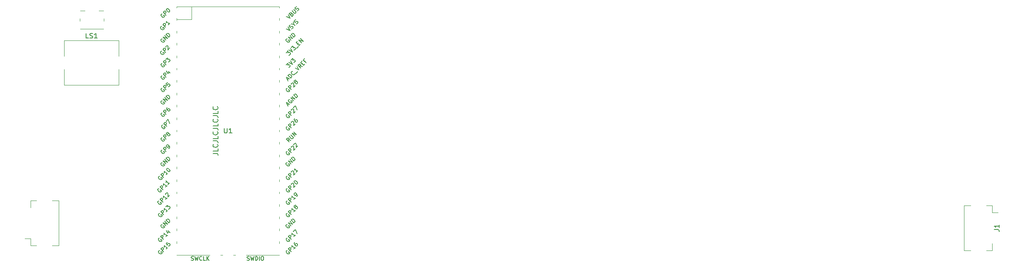
<source format=gbr>
%TF.GenerationSoftware,KiCad,Pcbnew,(5.1.10)-1*%
%TF.CreationDate,2021-09-02T14:39:37-06:00*%
%TF.ProjectId,MCUBottom,4d435542-6f74-4746-9f6d-2e6b69636164,rev?*%
%TF.SameCoordinates,Original*%
%TF.FileFunction,Legend,Top*%
%TF.FilePolarity,Positive*%
%FSLAX46Y46*%
G04 Gerber Fmt 4.6, Leading zero omitted, Abs format (unit mm)*
G04 Created by KiCad (PCBNEW (5.1.10)-1) date 2021-09-02 14:39:37*
%MOMM*%
%LPD*%
G01*
G04 APERTURE LIST*
%ADD10C,0.150000*%
%ADD11C,0.120000*%
G04 APERTURE END LIST*
D10*
X103592380Y-75739047D02*
X104306666Y-75739047D01*
X104449523Y-75786666D01*
X104544761Y-75881904D01*
X104592380Y-76024761D01*
X104592380Y-76120000D01*
X104592380Y-74786666D02*
X104592380Y-75262857D01*
X103592380Y-75262857D01*
X104497142Y-73881904D02*
X104544761Y-73929523D01*
X104592380Y-74072380D01*
X104592380Y-74167619D01*
X104544761Y-74310476D01*
X104449523Y-74405714D01*
X104354285Y-74453333D01*
X104163809Y-74500952D01*
X104020952Y-74500952D01*
X103830476Y-74453333D01*
X103735238Y-74405714D01*
X103640000Y-74310476D01*
X103592380Y-74167619D01*
X103592380Y-74072380D01*
X103640000Y-73929523D01*
X103687619Y-73881904D01*
X103592380Y-73167619D02*
X104306666Y-73167619D01*
X104449523Y-73215238D01*
X104544761Y-73310476D01*
X104592380Y-73453333D01*
X104592380Y-73548571D01*
X104592380Y-72215238D02*
X104592380Y-72691428D01*
X103592380Y-72691428D01*
X104497142Y-71310476D02*
X104544761Y-71358095D01*
X104592380Y-71500952D01*
X104592380Y-71596190D01*
X104544761Y-71739047D01*
X104449523Y-71834285D01*
X104354285Y-71881904D01*
X104163809Y-71929523D01*
X104020952Y-71929523D01*
X103830476Y-71881904D01*
X103735238Y-71834285D01*
X103640000Y-71739047D01*
X103592380Y-71596190D01*
X103592380Y-71500952D01*
X103640000Y-71358095D01*
X103687619Y-71310476D01*
X103592380Y-70596190D02*
X104306666Y-70596190D01*
X104449523Y-70643809D01*
X104544761Y-70739047D01*
X104592380Y-70881904D01*
X104592380Y-70977142D01*
X104592380Y-69643809D02*
X104592380Y-70120000D01*
X103592380Y-70120000D01*
X104497142Y-68739047D02*
X104544761Y-68786666D01*
X104592380Y-68929523D01*
X104592380Y-69024761D01*
X104544761Y-69167619D01*
X104449523Y-69262857D01*
X104354285Y-69310476D01*
X104163809Y-69358095D01*
X104020952Y-69358095D01*
X103830476Y-69310476D01*
X103735238Y-69262857D01*
X103640000Y-69167619D01*
X103592380Y-69024761D01*
X103592380Y-68929523D01*
X103640000Y-68786666D01*
X103687619Y-68739047D01*
X103592380Y-68024761D02*
X104306666Y-68024761D01*
X104449523Y-68072380D01*
X104544761Y-68167619D01*
X104592380Y-68310476D01*
X104592380Y-68405714D01*
X104592380Y-67072380D02*
X104592380Y-67548571D01*
X103592380Y-67548571D01*
X104497142Y-66167619D02*
X104544761Y-66215238D01*
X104592380Y-66358095D01*
X104592380Y-66453333D01*
X104544761Y-66596190D01*
X104449523Y-66691428D01*
X104354285Y-66739047D01*
X104163809Y-66786666D01*
X104020952Y-66786666D01*
X103830476Y-66739047D01*
X103735238Y-66691428D01*
X103640000Y-66596190D01*
X103592380Y-66453333D01*
X103592380Y-66358095D01*
X103640000Y-66215238D01*
X103687619Y-66167619D01*
D11*
%TO.C,LS1*%
X84340000Y-52550000D02*
X84340000Y-55800000D01*
X84340000Y-61750000D02*
X73140000Y-61750000D01*
X73140000Y-52550000D02*
X84340000Y-52550000D01*
X73140000Y-55800000D02*
X73140000Y-52550000D01*
X73140000Y-61750000D02*
X73140000Y-58500000D01*
X84340000Y-58500000D02*
X84340000Y-61750000D01*
%TO.C,SW1*%
X77400000Y-46511600D02*
X76475000Y-46511600D01*
X81275000Y-48636600D02*
X81275000Y-48086600D01*
X76375000Y-48636600D02*
X76375000Y-48086600D01*
X81175000Y-50211600D02*
X76475000Y-50211600D01*
X81175000Y-46511600D02*
X80250000Y-46511600D01*
%TO.C,U1*%
X96180000Y-45620000D02*
X117180000Y-45620000D01*
X102980000Y-96620000D02*
X96180000Y-96620000D01*
X96180000Y-48287000D02*
X99187000Y-48287000D01*
X99187000Y-48287000D02*
X99187000Y-45620000D01*
X96180000Y-45620000D02*
X96180000Y-45920000D01*
X96180000Y-48020000D02*
X96180000Y-48420000D01*
X96180000Y-50620000D02*
X96180000Y-51020000D01*
X96180000Y-53120000D02*
X96180000Y-53520000D01*
X96180000Y-55720000D02*
X96180000Y-56120000D01*
X96180000Y-58220000D02*
X96180000Y-58620000D01*
X96180000Y-60720000D02*
X96180000Y-61120000D01*
X96180000Y-63320000D02*
X96180000Y-63720000D01*
X96180000Y-65820000D02*
X96180000Y-66220000D01*
X96180000Y-68420000D02*
X96180000Y-68820000D01*
X96180000Y-70920000D02*
X96180000Y-71320000D01*
X96180000Y-73420000D02*
X96180000Y-73820000D01*
X96180000Y-76020000D02*
X96180000Y-76420000D01*
X96180000Y-78520000D02*
X96180000Y-78920000D01*
X96180000Y-81120000D02*
X96180000Y-81520000D01*
X96180000Y-83620000D02*
X96180000Y-84020000D01*
X96180000Y-86220000D02*
X96180000Y-86620000D01*
X96180000Y-88720000D02*
X96180000Y-89120000D01*
X96180000Y-91220000D02*
X96180000Y-91620000D01*
X96180000Y-93820000D02*
X96180000Y-94220000D01*
X117180000Y-60720000D02*
X117180000Y-61120000D01*
X117180000Y-65820000D02*
X117180000Y-66220000D01*
X117180000Y-73420000D02*
X117180000Y-73820000D01*
X117180000Y-81120000D02*
X117180000Y-81520000D01*
X117180000Y-50620000D02*
X117180000Y-51020000D01*
X117180000Y-48020000D02*
X117180000Y-48420000D01*
X117180000Y-55720000D02*
X117180000Y-56120000D01*
X117180000Y-88720000D02*
X117180000Y-89120000D01*
X117180000Y-93820000D02*
X117180000Y-94220000D01*
X117180000Y-91220000D02*
X117180000Y-91620000D01*
X117180000Y-76020000D02*
X117180000Y-76420000D01*
X117180000Y-70920000D02*
X117180000Y-71320000D01*
X117180000Y-58220000D02*
X117180000Y-58620000D01*
X117180000Y-63320000D02*
X117180000Y-63720000D01*
X117180000Y-83620000D02*
X117180000Y-84020000D01*
X117180000Y-68420000D02*
X117180000Y-68820000D01*
X117180000Y-45620000D02*
X117180000Y-45920000D01*
X117180000Y-53120000D02*
X117180000Y-53520000D01*
X117180000Y-78520000D02*
X117180000Y-78920000D01*
X117180000Y-86220000D02*
X117180000Y-86620000D01*
X117180000Y-96620000D02*
X110380000Y-96620000D01*
X105180000Y-96620000D02*
X105580000Y-96620000D01*
X107780000Y-96620000D02*
X108180000Y-96620000D01*
%TO.C,J2*%
X66264000Y-93203000D02*
X66264000Y-94693000D01*
X66264000Y-94693000D02*
X67464000Y-94693000D01*
X66264000Y-86883000D02*
X66264000Y-85393000D01*
X66264000Y-85393000D02*
X67464000Y-85393000D01*
X70664000Y-94693000D02*
X72064000Y-94693000D01*
X72064000Y-94693000D02*
X72064000Y-85393000D01*
X72064000Y-85393000D02*
X70664000Y-85393000D01*
X66264000Y-93203000D02*
X65064000Y-93203000D01*
%TO.C,J1*%
X263047000Y-87899000D02*
X263047000Y-86409000D01*
X263047000Y-86409000D02*
X261847000Y-86409000D01*
X263047000Y-94219000D02*
X263047000Y-95709000D01*
X263047000Y-95709000D02*
X261847000Y-95709000D01*
X258647000Y-86409000D02*
X257247000Y-86409000D01*
X257247000Y-86409000D02*
X257247000Y-95709000D01*
X257247000Y-95709000D02*
X258647000Y-95709000D01*
X263047000Y-87899000D02*
X264247000Y-87899000D01*
%TO.C,LS1*%
D10*
X78097142Y-52102380D02*
X77620952Y-52102380D01*
X77620952Y-51102380D01*
X78382857Y-52054761D02*
X78525714Y-52102380D01*
X78763809Y-52102380D01*
X78859047Y-52054761D01*
X78906666Y-52007142D01*
X78954285Y-51911904D01*
X78954285Y-51816666D01*
X78906666Y-51721428D01*
X78859047Y-51673809D01*
X78763809Y-51626190D01*
X78573333Y-51578571D01*
X78478095Y-51530952D01*
X78430476Y-51483333D01*
X78382857Y-51388095D01*
X78382857Y-51292857D01*
X78430476Y-51197619D01*
X78478095Y-51150000D01*
X78573333Y-51102380D01*
X78811428Y-51102380D01*
X78954285Y-51150000D01*
X79906666Y-52102380D02*
X79335238Y-52102380D01*
X79620952Y-52102380D02*
X79620952Y-51102380D01*
X79525714Y-51245238D01*
X79430476Y-51340476D01*
X79335238Y-51388095D01*
%TO.C,U1*%
X105918095Y-70572380D02*
X105918095Y-71381904D01*
X105965714Y-71477142D01*
X106013333Y-71524761D01*
X106108571Y-71572380D01*
X106299047Y-71572380D01*
X106394285Y-71524761D01*
X106441904Y-71477142D01*
X106489523Y-71381904D01*
X106489523Y-70572380D01*
X107489523Y-71572380D02*
X106918095Y-71572380D01*
X107203809Y-71572380D02*
X107203809Y-70572380D01*
X107108571Y-70715238D01*
X107013333Y-70810476D01*
X106918095Y-70858095D01*
X110584761Y-97643809D02*
X110699047Y-97681904D01*
X110889523Y-97681904D01*
X110965714Y-97643809D01*
X111003809Y-97605714D01*
X111041904Y-97529523D01*
X111041904Y-97453333D01*
X111003809Y-97377142D01*
X110965714Y-97339047D01*
X110889523Y-97300952D01*
X110737142Y-97262857D01*
X110660952Y-97224761D01*
X110622857Y-97186666D01*
X110584761Y-97110476D01*
X110584761Y-97034285D01*
X110622857Y-96958095D01*
X110660952Y-96920000D01*
X110737142Y-96881904D01*
X110927619Y-96881904D01*
X111041904Y-96920000D01*
X111308571Y-96881904D02*
X111499047Y-97681904D01*
X111651428Y-97110476D01*
X111803809Y-97681904D01*
X111994285Y-96881904D01*
X112299047Y-97681904D02*
X112299047Y-96881904D01*
X112489523Y-96881904D01*
X112603809Y-96920000D01*
X112680000Y-96996190D01*
X112718095Y-97072380D01*
X112756190Y-97224761D01*
X112756190Y-97339047D01*
X112718095Y-97491428D01*
X112680000Y-97567619D01*
X112603809Y-97643809D01*
X112489523Y-97681904D01*
X112299047Y-97681904D01*
X113099047Y-97681904D02*
X113099047Y-96881904D01*
X113632380Y-96881904D02*
X113784761Y-96881904D01*
X113860952Y-96920000D01*
X113937142Y-96996190D01*
X113975238Y-97148571D01*
X113975238Y-97415238D01*
X113937142Y-97567619D01*
X113860952Y-97643809D01*
X113784761Y-97681904D01*
X113632380Y-97681904D01*
X113556190Y-97643809D01*
X113480000Y-97567619D01*
X113441904Y-97415238D01*
X113441904Y-97148571D01*
X113480000Y-96996190D01*
X113556190Y-96920000D01*
X113632380Y-96881904D01*
X99170476Y-97643809D02*
X99284761Y-97681904D01*
X99475238Y-97681904D01*
X99551428Y-97643809D01*
X99589523Y-97605714D01*
X99627619Y-97529523D01*
X99627619Y-97453333D01*
X99589523Y-97377142D01*
X99551428Y-97339047D01*
X99475238Y-97300952D01*
X99322857Y-97262857D01*
X99246666Y-97224761D01*
X99208571Y-97186666D01*
X99170476Y-97110476D01*
X99170476Y-97034285D01*
X99208571Y-96958095D01*
X99246666Y-96920000D01*
X99322857Y-96881904D01*
X99513333Y-96881904D01*
X99627619Y-96920000D01*
X99894285Y-96881904D02*
X100084761Y-97681904D01*
X100237142Y-97110476D01*
X100389523Y-97681904D01*
X100580000Y-96881904D01*
X101341904Y-97605714D02*
X101303809Y-97643809D01*
X101189523Y-97681904D01*
X101113333Y-97681904D01*
X100999047Y-97643809D01*
X100922857Y-97567619D01*
X100884761Y-97491428D01*
X100846666Y-97339047D01*
X100846666Y-97224761D01*
X100884761Y-97072380D01*
X100922857Y-96996190D01*
X100999047Y-96920000D01*
X101113333Y-96881904D01*
X101189523Y-96881904D01*
X101303809Y-96920000D01*
X101341904Y-96958095D01*
X102065714Y-97681904D02*
X101684761Y-97681904D01*
X101684761Y-96881904D01*
X102332380Y-97681904D02*
X102332380Y-96881904D01*
X102789523Y-97681904D02*
X102446666Y-97224761D01*
X102789523Y-96881904D02*
X102332380Y-97339047D01*
X118831597Y-65860964D02*
X119100971Y-65591590D01*
X118939346Y-66076463D02*
X118562223Y-65322216D01*
X119316470Y-65699340D01*
X119262595Y-64675719D02*
X119181783Y-64702656D01*
X119100971Y-64783468D01*
X119047096Y-64891218D01*
X119047096Y-64998967D01*
X119074033Y-65079780D01*
X119154845Y-65214467D01*
X119235658Y-65295279D01*
X119370345Y-65376091D01*
X119451157Y-65403028D01*
X119558906Y-65403028D01*
X119666656Y-65349154D01*
X119720531Y-65295279D01*
X119774406Y-65187529D01*
X119774406Y-65133654D01*
X119585844Y-64945093D01*
X119478094Y-65052842D01*
X120070717Y-64945093D02*
X119505032Y-64379407D01*
X120393966Y-64621844D01*
X119828280Y-64056158D01*
X120663340Y-64352470D02*
X120097654Y-63786784D01*
X120232341Y-63652097D01*
X120340091Y-63598223D01*
X120447841Y-63598223D01*
X120528653Y-63625160D01*
X120663340Y-63705972D01*
X120744152Y-63786784D01*
X120824964Y-63921471D01*
X120851902Y-64002284D01*
X120851902Y-64110033D01*
X120798027Y-64217783D01*
X120663340Y-64352470D01*
X118766158Y-52218155D02*
X118685346Y-52245093D01*
X118604534Y-52325905D01*
X118550659Y-52433654D01*
X118550659Y-52541404D01*
X118577597Y-52622216D01*
X118658409Y-52756903D01*
X118739221Y-52837715D01*
X118873908Y-52918528D01*
X118954720Y-52945465D01*
X119062470Y-52945465D01*
X119170219Y-52891590D01*
X119224094Y-52837715D01*
X119277969Y-52729966D01*
X119277969Y-52676091D01*
X119089407Y-52487529D01*
X118981658Y-52595279D01*
X119574280Y-52487529D02*
X119008595Y-51921844D01*
X119897529Y-52164280D01*
X119331844Y-51598595D01*
X120166903Y-51894906D02*
X119601218Y-51329221D01*
X119735905Y-51194534D01*
X119843654Y-51140659D01*
X119951404Y-51140659D01*
X120032216Y-51167597D01*
X120166903Y-51248409D01*
X120247715Y-51329221D01*
X120328528Y-51463908D01*
X120355465Y-51544720D01*
X120355465Y-51652470D01*
X120301590Y-51760219D01*
X120166903Y-51894906D01*
X118766158Y-77618155D02*
X118685346Y-77645093D01*
X118604534Y-77725905D01*
X118550659Y-77833654D01*
X118550659Y-77941404D01*
X118577597Y-78022216D01*
X118658409Y-78156903D01*
X118739221Y-78237715D01*
X118873908Y-78318528D01*
X118954720Y-78345465D01*
X119062470Y-78345465D01*
X119170219Y-78291590D01*
X119224094Y-78237715D01*
X119277969Y-78129966D01*
X119277969Y-78076091D01*
X119089407Y-77887529D01*
X118981658Y-77995279D01*
X119574280Y-77887529D02*
X119008595Y-77321844D01*
X119897529Y-77564280D01*
X119331844Y-76998595D01*
X120166903Y-77294906D02*
X119601218Y-76729221D01*
X119735905Y-76594534D01*
X119843654Y-76540659D01*
X119951404Y-76540659D01*
X120032216Y-76567597D01*
X120166903Y-76648409D01*
X120247715Y-76729221D01*
X120328528Y-76863908D01*
X120355465Y-76944720D01*
X120355465Y-77052470D01*
X120301590Y-77160219D01*
X120166903Y-77294906D01*
X118766158Y-90318155D02*
X118685346Y-90345093D01*
X118604534Y-90425905D01*
X118550659Y-90533654D01*
X118550659Y-90641404D01*
X118577597Y-90722216D01*
X118658409Y-90856903D01*
X118739221Y-90937715D01*
X118873908Y-91018528D01*
X118954720Y-91045465D01*
X119062470Y-91045465D01*
X119170219Y-90991590D01*
X119224094Y-90937715D01*
X119277969Y-90829966D01*
X119277969Y-90776091D01*
X119089407Y-90587529D01*
X118981658Y-90695279D01*
X119574280Y-90587529D02*
X119008595Y-90021844D01*
X119897529Y-90264280D01*
X119331844Y-89698595D01*
X120166903Y-89994906D02*
X119601218Y-89429221D01*
X119735905Y-89294534D01*
X119843654Y-89240659D01*
X119951404Y-89240659D01*
X120032216Y-89267597D01*
X120166903Y-89348409D01*
X120247715Y-89429221D01*
X120328528Y-89563908D01*
X120355465Y-89644720D01*
X120355465Y-89752470D01*
X120301590Y-89860219D01*
X120166903Y-89994906D01*
X93166158Y-90318155D02*
X93085346Y-90345093D01*
X93004534Y-90425905D01*
X92950659Y-90533654D01*
X92950659Y-90641404D01*
X92977597Y-90722216D01*
X93058409Y-90856903D01*
X93139221Y-90937715D01*
X93273908Y-91018528D01*
X93354720Y-91045465D01*
X93462470Y-91045465D01*
X93570219Y-90991590D01*
X93624094Y-90937715D01*
X93677969Y-90829966D01*
X93677969Y-90776091D01*
X93489407Y-90587529D01*
X93381658Y-90695279D01*
X93974280Y-90587529D02*
X93408595Y-90021844D01*
X94297529Y-90264280D01*
X93731844Y-89698595D01*
X94566903Y-89994906D02*
X94001218Y-89429221D01*
X94135905Y-89294534D01*
X94243654Y-89240659D01*
X94351404Y-89240659D01*
X94432216Y-89267597D01*
X94566903Y-89348409D01*
X94647715Y-89429221D01*
X94728528Y-89563908D01*
X94755465Y-89644720D01*
X94755465Y-89752470D01*
X94701590Y-89860219D01*
X94566903Y-89994906D01*
X93166158Y-77618155D02*
X93085346Y-77645093D01*
X93004534Y-77725905D01*
X92950659Y-77833654D01*
X92950659Y-77941404D01*
X92977597Y-78022216D01*
X93058409Y-78156903D01*
X93139221Y-78237715D01*
X93273908Y-78318528D01*
X93354720Y-78345465D01*
X93462470Y-78345465D01*
X93570219Y-78291590D01*
X93624094Y-78237715D01*
X93677969Y-78129966D01*
X93677969Y-78076091D01*
X93489407Y-77887529D01*
X93381658Y-77995279D01*
X93974280Y-77887529D02*
X93408595Y-77321844D01*
X94297529Y-77564280D01*
X93731844Y-76998595D01*
X94566903Y-77294906D02*
X94001218Y-76729221D01*
X94135905Y-76594534D01*
X94243654Y-76540659D01*
X94351404Y-76540659D01*
X94432216Y-76567597D01*
X94566903Y-76648409D01*
X94647715Y-76729221D01*
X94728528Y-76863908D01*
X94755465Y-76944720D01*
X94755465Y-77052470D01*
X94701590Y-77160219D01*
X94566903Y-77294906D01*
X93166158Y-64918155D02*
X93085346Y-64945093D01*
X93004534Y-65025905D01*
X92950659Y-65133654D01*
X92950659Y-65241404D01*
X92977597Y-65322216D01*
X93058409Y-65456903D01*
X93139221Y-65537715D01*
X93273908Y-65618528D01*
X93354720Y-65645465D01*
X93462470Y-65645465D01*
X93570219Y-65591590D01*
X93624094Y-65537715D01*
X93677969Y-65429966D01*
X93677969Y-65376091D01*
X93489407Y-65187529D01*
X93381658Y-65295279D01*
X93974280Y-65187529D02*
X93408595Y-64621844D01*
X94297529Y-64864280D01*
X93731844Y-64298595D01*
X94566903Y-64594906D02*
X94001218Y-64029221D01*
X94135905Y-63894534D01*
X94243654Y-63840659D01*
X94351404Y-63840659D01*
X94432216Y-63867597D01*
X94566903Y-63948409D01*
X94647715Y-64029221D01*
X94728528Y-64163908D01*
X94755465Y-64244720D01*
X94755465Y-64352470D01*
X94701590Y-64460219D01*
X94566903Y-64594906D01*
X93166158Y-52218155D02*
X93085346Y-52245093D01*
X93004534Y-52325905D01*
X92950659Y-52433654D01*
X92950659Y-52541404D01*
X92977597Y-52622216D01*
X93058409Y-52756903D01*
X93139221Y-52837715D01*
X93273908Y-52918528D01*
X93354720Y-52945465D01*
X93462470Y-52945465D01*
X93570219Y-52891590D01*
X93624094Y-52837715D01*
X93677969Y-52729966D01*
X93677969Y-52676091D01*
X93489407Y-52487529D01*
X93381658Y-52595279D01*
X93974280Y-52487529D02*
X93408595Y-51921844D01*
X94297529Y-52164280D01*
X93731844Y-51598595D01*
X94566903Y-51894906D02*
X94001218Y-51329221D01*
X94135905Y-51194534D01*
X94243654Y-51140659D01*
X94351404Y-51140659D01*
X94432216Y-51167597D01*
X94566903Y-51248409D01*
X94647715Y-51329221D01*
X94728528Y-51463908D01*
X94755465Y-51544720D01*
X94755465Y-51652470D01*
X94701590Y-51760219D01*
X94566903Y-51894906D01*
X118633129Y-47647309D02*
X119387377Y-48024433D01*
X119010253Y-47270186D01*
X119656751Y-47162436D02*
X119764500Y-47108561D01*
X119818375Y-47108561D01*
X119899187Y-47135499D01*
X119979999Y-47216311D01*
X120006937Y-47297123D01*
X120006937Y-47350998D01*
X119980000Y-47431810D01*
X119764500Y-47647309D01*
X119198815Y-47081624D01*
X119387377Y-46893062D01*
X119468189Y-46866125D01*
X119522064Y-46866125D01*
X119602876Y-46893062D01*
X119656751Y-46946937D01*
X119683688Y-47027749D01*
X119683688Y-47081624D01*
X119656751Y-47162436D01*
X119468189Y-47350998D01*
X119764500Y-46515938D02*
X120222436Y-46973874D01*
X120303248Y-47000812D01*
X120357123Y-47000812D01*
X120437935Y-46973874D01*
X120545685Y-46866125D01*
X120572622Y-46785312D01*
X120572622Y-46731438D01*
X120545685Y-46650625D01*
X120087749Y-46192690D01*
X120868934Y-46489001D02*
X120976683Y-46435126D01*
X121111370Y-46300439D01*
X121138308Y-46219627D01*
X121138308Y-46165752D01*
X121111370Y-46084940D01*
X121057496Y-46031065D01*
X120976683Y-46004128D01*
X120922809Y-46004128D01*
X120841996Y-46031065D01*
X120707309Y-46111877D01*
X120626497Y-46138815D01*
X120572622Y-46138815D01*
X120491810Y-46111877D01*
X120437935Y-46058003D01*
X120410998Y-45977190D01*
X120410998Y-45923316D01*
X120437935Y-45842503D01*
X120572622Y-45707816D01*
X120680372Y-45653942D01*
X118600473Y-50189966D02*
X119354720Y-50567089D01*
X118977597Y-49812842D01*
X119677969Y-50189966D02*
X119785719Y-50136091D01*
X119920406Y-50001404D01*
X119947343Y-49920592D01*
X119947343Y-49866717D01*
X119920406Y-49785905D01*
X119866531Y-49732030D01*
X119785719Y-49705093D01*
X119731844Y-49705093D01*
X119651032Y-49732030D01*
X119516345Y-49812842D01*
X119435532Y-49839780D01*
X119381658Y-49839780D01*
X119300845Y-49812842D01*
X119246971Y-49758967D01*
X119220033Y-49678155D01*
X119220033Y-49624280D01*
X119246971Y-49543468D01*
X119381658Y-49408781D01*
X119489407Y-49354906D01*
X120108967Y-49274094D02*
X120378341Y-49543468D01*
X119624094Y-49166345D02*
X120108967Y-49274094D01*
X120001218Y-48789221D01*
X120701590Y-49166345D02*
X120809340Y-49112470D01*
X120944027Y-48977783D01*
X120970964Y-48896971D01*
X120970964Y-48843096D01*
X120944027Y-48762284D01*
X120890152Y-48708409D01*
X120809340Y-48681471D01*
X120755465Y-48681471D01*
X120674653Y-48708409D01*
X120539966Y-48789221D01*
X120459154Y-48816158D01*
X120405279Y-48816158D01*
X120324467Y-48789221D01*
X120270592Y-48735346D01*
X120243654Y-48654534D01*
X120243654Y-48600659D01*
X120270592Y-48519847D01*
X120405279Y-48385160D01*
X120513028Y-48331285D01*
X118602131Y-55078308D02*
X118952317Y-54728122D01*
X118979255Y-55132183D01*
X119060067Y-55051370D01*
X119140879Y-55024433D01*
X119194754Y-55024433D01*
X119275566Y-55051370D01*
X119410253Y-55186057D01*
X119437190Y-55266870D01*
X119437190Y-55320744D01*
X119410253Y-55401557D01*
X119248629Y-55563181D01*
X119167816Y-55590118D01*
X119113942Y-55590118D01*
X119113942Y-54566497D02*
X119868189Y-54943621D01*
X119491065Y-54189374D01*
X119625752Y-54054687D02*
X119975938Y-53704500D01*
X120002876Y-54108561D01*
X120083688Y-54027749D01*
X120164500Y-54000812D01*
X120218375Y-54000812D01*
X120299187Y-54027749D01*
X120433874Y-54162436D01*
X120460812Y-54243248D01*
X120460812Y-54297123D01*
X120433874Y-54377935D01*
X120272250Y-54539560D01*
X120191438Y-54566497D01*
X120137563Y-54566497D01*
X120703248Y-54216311D02*
X121134247Y-53785312D01*
X120918748Y-53300439D02*
X121107309Y-53111877D01*
X121484433Y-53327377D02*
X121215059Y-53596751D01*
X120649374Y-53031065D01*
X120918748Y-52761691D01*
X121726870Y-53084940D02*
X121161184Y-52519255D01*
X122050118Y-52761691D01*
X121484433Y-52196006D01*
X118569847Y-57610592D02*
X118920033Y-57260406D01*
X118946971Y-57664467D01*
X119027783Y-57583654D01*
X119108595Y-57556717D01*
X119162470Y-57556717D01*
X119243282Y-57583654D01*
X119377969Y-57718341D01*
X119404906Y-57799154D01*
X119404906Y-57853028D01*
X119377969Y-57933841D01*
X119216345Y-58095465D01*
X119135532Y-58122402D01*
X119081658Y-58122402D01*
X119081658Y-57098781D02*
X119835905Y-57475905D01*
X119458781Y-56721658D01*
X119593468Y-56586971D02*
X119943654Y-56236784D01*
X119970592Y-56640845D01*
X120051404Y-56560033D01*
X120132216Y-56533096D01*
X120186091Y-56533096D01*
X120266903Y-56560033D01*
X120401590Y-56694720D01*
X120428528Y-56775532D01*
X120428528Y-56829407D01*
X120401590Y-56910219D01*
X120239966Y-57071844D01*
X120159154Y-57098781D01*
X120105279Y-57098781D01*
X118834788Y-60653773D02*
X119104162Y-60384399D01*
X118942537Y-60869272D02*
X118565414Y-60115025D01*
X119319661Y-60492149D01*
X119508223Y-60303587D02*
X118942537Y-59737902D01*
X119077224Y-59603215D01*
X119184974Y-59549340D01*
X119292723Y-59549340D01*
X119373536Y-59576277D01*
X119508223Y-59657089D01*
X119589035Y-59737902D01*
X119669847Y-59872589D01*
X119696784Y-59953401D01*
X119696784Y-60061150D01*
X119642910Y-60168900D01*
X119508223Y-60303587D01*
X120343282Y-59360778D02*
X120343282Y-59414653D01*
X120289407Y-59522402D01*
X120235532Y-59576277D01*
X120127783Y-59630152D01*
X120020033Y-59630152D01*
X119939221Y-59603215D01*
X119804534Y-59522402D01*
X119723722Y-59441590D01*
X119642910Y-59306903D01*
X119615972Y-59226091D01*
X119615972Y-59118341D01*
X119669847Y-59010592D01*
X119723722Y-58956717D01*
X119831471Y-58902842D01*
X119885346Y-58902842D01*
X120558781Y-59360778D02*
X120989780Y-58929780D01*
X120424094Y-58256345D02*
X121178341Y-58633468D01*
X120801218Y-57879221D01*
X121878714Y-57933096D02*
X121420778Y-57852284D01*
X121555465Y-58256345D02*
X120989780Y-57690659D01*
X121205279Y-57475160D01*
X121286091Y-57448223D01*
X121339966Y-57448223D01*
X121420778Y-57475160D01*
X121501590Y-57555972D01*
X121528528Y-57636784D01*
X121528528Y-57690659D01*
X121501590Y-57771471D01*
X121286091Y-57986971D01*
X121824839Y-57394348D02*
X122013401Y-57205786D01*
X122390524Y-57421285D02*
X122121150Y-57690659D01*
X121555465Y-57124974D01*
X121824839Y-56855600D01*
X122525211Y-56693975D02*
X122336650Y-56882537D01*
X122632961Y-57178849D02*
X122067276Y-56613163D01*
X122336650Y-56343789D01*
X118777722Y-62366592D02*
X118696910Y-62393529D01*
X118616097Y-62474341D01*
X118562223Y-62582091D01*
X118562223Y-62689841D01*
X118589160Y-62770653D01*
X118669972Y-62905340D01*
X118750784Y-62986152D01*
X118885471Y-63066964D01*
X118966284Y-63093902D01*
X119074033Y-63093902D01*
X119181783Y-63040027D01*
X119235658Y-62986152D01*
X119289532Y-62878402D01*
X119289532Y-62824528D01*
X119100971Y-62635966D01*
X118993221Y-62743715D01*
X119585844Y-62635966D02*
X119020158Y-62070280D01*
X119235658Y-61854781D01*
X119316470Y-61827844D01*
X119370345Y-61827844D01*
X119451157Y-61854781D01*
X119531969Y-61935593D01*
X119558906Y-62016406D01*
X119558906Y-62070280D01*
X119531969Y-62151093D01*
X119316470Y-62366592D01*
X119612781Y-61585407D02*
X119612781Y-61531532D01*
X119639719Y-61450720D01*
X119774406Y-61316033D01*
X119855218Y-61289096D01*
X119909093Y-61289096D01*
X119989905Y-61316033D01*
X120043780Y-61369908D01*
X120097654Y-61477658D01*
X120097654Y-62124155D01*
X120447841Y-61773969D01*
X120447841Y-61127471D02*
X120367028Y-61154409D01*
X120313154Y-61154409D01*
X120232341Y-61127471D01*
X120205404Y-61100534D01*
X120178467Y-61019722D01*
X120178467Y-60965847D01*
X120205404Y-60885035D01*
X120313154Y-60777285D01*
X120393966Y-60750348D01*
X120447841Y-60750348D01*
X120528653Y-60777285D01*
X120555590Y-60804223D01*
X120582528Y-60885035D01*
X120582528Y-60938910D01*
X120555590Y-61019722D01*
X120447841Y-61127471D01*
X120420903Y-61208284D01*
X120420903Y-61262158D01*
X120447841Y-61342971D01*
X120555590Y-61450720D01*
X120636402Y-61477658D01*
X120690277Y-61477658D01*
X120771089Y-61450720D01*
X120878839Y-61342971D01*
X120905776Y-61262158D01*
X120905776Y-61208284D01*
X120878839Y-61127471D01*
X120771089Y-61019722D01*
X120690277Y-60992784D01*
X120636402Y-60992784D01*
X120555590Y-61019722D01*
X118777722Y-67710592D02*
X118696910Y-67737529D01*
X118616097Y-67818341D01*
X118562223Y-67926091D01*
X118562223Y-68033841D01*
X118589160Y-68114653D01*
X118669972Y-68249340D01*
X118750784Y-68330152D01*
X118885471Y-68410964D01*
X118966284Y-68437902D01*
X119074033Y-68437902D01*
X119181783Y-68384027D01*
X119235658Y-68330152D01*
X119289532Y-68222402D01*
X119289532Y-68168528D01*
X119100971Y-67979966D01*
X118993221Y-68087715D01*
X119585844Y-67979966D02*
X119020158Y-67414280D01*
X119235658Y-67198781D01*
X119316470Y-67171844D01*
X119370345Y-67171844D01*
X119451157Y-67198781D01*
X119531969Y-67279593D01*
X119558906Y-67360406D01*
X119558906Y-67414280D01*
X119531969Y-67495093D01*
X119316470Y-67710592D01*
X119612781Y-66929407D02*
X119612781Y-66875532D01*
X119639719Y-66794720D01*
X119774406Y-66660033D01*
X119855218Y-66633096D01*
X119909093Y-66633096D01*
X119989905Y-66660033D01*
X120043780Y-66713908D01*
X120097654Y-66821658D01*
X120097654Y-67468155D01*
X120447841Y-67117969D01*
X120070717Y-66363722D02*
X120447841Y-65986598D01*
X120771089Y-66794720D01*
X118777722Y-70240592D02*
X118696910Y-70267529D01*
X118616097Y-70348341D01*
X118562223Y-70456091D01*
X118562223Y-70563841D01*
X118589160Y-70644653D01*
X118669972Y-70779340D01*
X118750784Y-70860152D01*
X118885471Y-70940964D01*
X118966284Y-70967902D01*
X119074033Y-70967902D01*
X119181783Y-70914027D01*
X119235658Y-70860152D01*
X119289532Y-70752402D01*
X119289532Y-70698528D01*
X119100971Y-70509966D01*
X118993221Y-70617715D01*
X119585844Y-70509966D02*
X119020158Y-69944280D01*
X119235658Y-69728781D01*
X119316470Y-69701844D01*
X119370345Y-69701844D01*
X119451157Y-69728781D01*
X119531969Y-69809593D01*
X119558906Y-69890406D01*
X119558906Y-69944280D01*
X119531969Y-70025093D01*
X119316470Y-70240592D01*
X119612781Y-69459407D02*
X119612781Y-69405532D01*
X119639719Y-69324720D01*
X119774406Y-69190033D01*
X119855218Y-69163096D01*
X119909093Y-69163096D01*
X119989905Y-69190033D01*
X120043780Y-69243908D01*
X120097654Y-69351658D01*
X120097654Y-69998155D01*
X120447841Y-69647969D01*
X120367028Y-68597410D02*
X120259279Y-68705160D01*
X120232341Y-68785972D01*
X120232341Y-68839847D01*
X120259279Y-68974534D01*
X120340091Y-69109221D01*
X120555590Y-69324720D01*
X120636402Y-69351658D01*
X120690277Y-69351658D01*
X120771089Y-69324720D01*
X120878839Y-69216971D01*
X120905776Y-69136158D01*
X120905776Y-69082284D01*
X120878839Y-69001471D01*
X120744152Y-68866784D01*
X120663340Y-68839847D01*
X120609465Y-68839847D01*
X120528653Y-68866784D01*
X120420903Y-68974534D01*
X120393966Y-69055346D01*
X120393966Y-69109221D01*
X120420903Y-69190033D01*
X119518375Y-73063435D02*
X119060439Y-72982622D01*
X119195126Y-73386683D02*
X118629441Y-72820998D01*
X118844940Y-72605499D01*
X118925752Y-72578561D01*
X118979627Y-72578561D01*
X119060439Y-72605499D01*
X119141251Y-72686311D01*
X119168189Y-72767123D01*
X119168189Y-72820998D01*
X119141251Y-72901810D01*
X118925752Y-73117309D01*
X119195126Y-72255312D02*
X119653062Y-72713248D01*
X119733874Y-72740186D01*
X119787749Y-72740186D01*
X119868561Y-72713248D01*
X119976311Y-72605499D01*
X120003248Y-72524687D01*
X120003248Y-72470812D01*
X119976311Y-72390000D01*
X119518375Y-71932064D01*
X120353435Y-72228375D02*
X119787749Y-71662690D01*
X120676683Y-71905126D01*
X120110998Y-71339441D01*
X118777722Y-75320592D02*
X118696910Y-75347529D01*
X118616097Y-75428341D01*
X118562223Y-75536091D01*
X118562223Y-75643841D01*
X118589160Y-75724653D01*
X118669972Y-75859340D01*
X118750784Y-75940152D01*
X118885471Y-76020964D01*
X118966284Y-76047902D01*
X119074033Y-76047902D01*
X119181783Y-75994027D01*
X119235658Y-75940152D01*
X119289532Y-75832402D01*
X119289532Y-75778528D01*
X119100971Y-75589966D01*
X118993221Y-75697715D01*
X119585844Y-75589966D02*
X119020158Y-75024280D01*
X119235658Y-74808781D01*
X119316470Y-74781844D01*
X119370345Y-74781844D01*
X119451157Y-74808781D01*
X119531969Y-74889593D01*
X119558906Y-74970406D01*
X119558906Y-75024280D01*
X119531969Y-75105093D01*
X119316470Y-75320592D01*
X119612781Y-74539407D02*
X119612781Y-74485532D01*
X119639719Y-74404720D01*
X119774406Y-74270033D01*
X119855218Y-74243096D01*
X119909093Y-74243096D01*
X119989905Y-74270033D01*
X120043780Y-74323908D01*
X120097654Y-74431658D01*
X120097654Y-75078155D01*
X120447841Y-74727969D01*
X120151529Y-74000659D02*
X120151529Y-73946784D01*
X120178467Y-73865972D01*
X120313154Y-73731285D01*
X120393966Y-73704348D01*
X120447841Y-73704348D01*
X120528653Y-73731285D01*
X120582528Y-73785160D01*
X120636402Y-73892910D01*
X120636402Y-74539407D01*
X120986589Y-74189221D01*
X118777722Y-80410592D02*
X118696910Y-80437529D01*
X118616097Y-80518341D01*
X118562223Y-80626091D01*
X118562223Y-80733841D01*
X118589160Y-80814653D01*
X118669972Y-80949340D01*
X118750784Y-81030152D01*
X118885471Y-81110964D01*
X118966284Y-81137902D01*
X119074033Y-81137902D01*
X119181783Y-81084027D01*
X119235658Y-81030152D01*
X119289532Y-80922402D01*
X119289532Y-80868528D01*
X119100971Y-80679966D01*
X118993221Y-80787715D01*
X119585844Y-80679966D02*
X119020158Y-80114280D01*
X119235658Y-79898781D01*
X119316470Y-79871844D01*
X119370345Y-79871844D01*
X119451157Y-79898781D01*
X119531969Y-79979593D01*
X119558906Y-80060406D01*
X119558906Y-80114280D01*
X119531969Y-80195093D01*
X119316470Y-80410592D01*
X119612781Y-79629407D02*
X119612781Y-79575532D01*
X119639719Y-79494720D01*
X119774406Y-79360033D01*
X119855218Y-79333096D01*
X119909093Y-79333096D01*
X119989905Y-79360033D01*
X120043780Y-79413908D01*
X120097654Y-79521658D01*
X120097654Y-80168155D01*
X120447841Y-79817969D01*
X120986589Y-79279221D02*
X120663340Y-79602470D01*
X120824964Y-79440845D02*
X120259279Y-78875160D01*
X120286216Y-79009847D01*
X120286216Y-79117597D01*
X120259279Y-79198409D01*
X118777722Y-82940592D02*
X118696910Y-82967529D01*
X118616097Y-83048341D01*
X118562223Y-83156091D01*
X118562223Y-83263841D01*
X118589160Y-83344653D01*
X118669972Y-83479340D01*
X118750784Y-83560152D01*
X118885471Y-83640964D01*
X118966284Y-83667902D01*
X119074033Y-83667902D01*
X119181783Y-83614027D01*
X119235658Y-83560152D01*
X119289532Y-83452402D01*
X119289532Y-83398528D01*
X119100971Y-83209966D01*
X118993221Y-83317715D01*
X119585844Y-83209966D02*
X119020158Y-82644280D01*
X119235658Y-82428781D01*
X119316470Y-82401844D01*
X119370345Y-82401844D01*
X119451157Y-82428781D01*
X119531969Y-82509593D01*
X119558906Y-82590406D01*
X119558906Y-82644280D01*
X119531969Y-82725093D01*
X119316470Y-82940592D01*
X119612781Y-82159407D02*
X119612781Y-82105532D01*
X119639719Y-82024720D01*
X119774406Y-81890033D01*
X119855218Y-81863096D01*
X119909093Y-81863096D01*
X119989905Y-81890033D01*
X120043780Y-81943908D01*
X120097654Y-82051658D01*
X120097654Y-82698155D01*
X120447841Y-82347969D01*
X120232341Y-81432097D02*
X120286216Y-81378223D01*
X120367028Y-81351285D01*
X120420903Y-81351285D01*
X120501715Y-81378223D01*
X120636402Y-81459035D01*
X120771089Y-81593722D01*
X120851902Y-81728409D01*
X120878839Y-81809221D01*
X120878839Y-81863096D01*
X120851902Y-81943908D01*
X120798027Y-81997783D01*
X120717215Y-82024720D01*
X120663340Y-82024720D01*
X120582528Y-81997783D01*
X120447841Y-81916971D01*
X120313154Y-81782284D01*
X120232341Y-81647597D01*
X120205404Y-81566784D01*
X120205404Y-81512910D01*
X120232341Y-81432097D01*
X118777722Y-85480592D02*
X118696910Y-85507529D01*
X118616097Y-85588341D01*
X118562223Y-85696091D01*
X118562223Y-85803841D01*
X118589160Y-85884653D01*
X118669972Y-86019340D01*
X118750784Y-86100152D01*
X118885471Y-86180964D01*
X118966284Y-86207902D01*
X119074033Y-86207902D01*
X119181783Y-86154027D01*
X119235658Y-86100152D01*
X119289532Y-85992402D01*
X119289532Y-85938528D01*
X119100971Y-85749966D01*
X118993221Y-85857715D01*
X119585844Y-85749966D02*
X119020158Y-85184280D01*
X119235658Y-84968781D01*
X119316470Y-84941844D01*
X119370345Y-84941844D01*
X119451157Y-84968781D01*
X119531969Y-85049593D01*
X119558906Y-85130406D01*
X119558906Y-85184280D01*
X119531969Y-85265093D01*
X119316470Y-85480592D01*
X120447841Y-84887969D02*
X120124592Y-85211218D01*
X120286216Y-85049593D02*
X119720531Y-84483908D01*
X119747468Y-84618595D01*
X119747468Y-84726345D01*
X119720531Y-84807157D01*
X120717215Y-84618595D02*
X120824964Y-84510845D01*
X120851902Y-84430033D01*
X120851902Y-84376158D01*
X120824964Y-84241471D01*
X120744152Y-84106784D01*
X120528653Y-83891285D01*
X120447841Y-83864348D01*
X120393966Y-83864348D01*
X120313154Y-83891285D01*
X120205404Y-83999035D01*
X120178467Y-84079847D01*
X120178467Y-84133722D01*
X120205404Y-84214534D01*
X120340091Y-84349221D01*
X120420903Y-84376158D01*
X120474778Y-84376158D01*
X120555590Y-84349221D01*
X120663340Y-84241471D01*
X120690277Y-84160659D01*
X120690277Y-84106784D01*
X120663340Y-84025972D01*
X118777722Y-88020592D02*
X118696910Y-88047529D01*
X118616097Y-88128341D01*
X118562223Y-88236091D01*
X118562223Y-88343841D01*
X118589160Y-88424653D01*
X118669972Y-88559340D01*
X118750784Y-88640152D01*
X118885471Y-88720964D01*
X118966284Y-88747902D01*
X119074033Y-88747902D01*
X119181783Y-88694027D01*
X119235658Y-88640152D01*
X119289532Y-88532402D01*
X119289532Y-88478528D01*
X119100971Y-88289966D01*
X118993221Y-88397715D01*
X119585844Y-88289966D02*
X119020158Y-87724280D01*
X119235658Y-87508781D01*
X119316470Y-87481844D01*
X119370345Y-87481844D01*
X119451157Y-87508781D01*
X119531969Y-87589593D01*
X119558906Y-87670406D01*
X119558906Y-87724280D01*
X119531969Y-87805093D01*
X119316470Y-88020592D01*
X120447841Y-87427969D02*
X120124592Y-87751218D01*
X120286216Y-87589593D02*
X119720531Y-87023908D01*
X119747468Y-87158595D01*
X119747468Y-87266345D01*
X119720531Y-87347157D01*
X120447841Y-86781471D02*
X120367028Y-86808409D01*
X120313154Y-86808409D01*
X120232341Y-86781471D01*
X120205404Y-86754534D01*
X120178467Y-86673722D01*
X120178467Y-86619847D01*
X120205404Y-86539035D01*
X120313154Y-86431285D01*
X120393966Y-86404348D01*
X120447841Y-86404348D01*
X120528653Y-86431285D01*
X120555590Y-86458223D01*
X120582528Y-86539035D01*
X120582528Y-86592910D01*
X120555590Y-86673722D01*
X120447841Y-86781471D01*
X120420903Y-86862284D01*
X120420903Y-86916158D01*
X120447841Y-86996971D01*
X120555590Y-87104720D01*
X120636402Y-87131658D01*
X120690277Y-87131658D01*
X120771089Y-87104720D01*
X120878839Y-86996971D01*
X120905776Y-86916158D01*
X120905776Y-86862284D01*
X120878839Y-86781471D01*
X120771089Y-86673722D01*
X120690277Y-86646784D01*
X120636402Y-86646784D01*
X120555590Y-86673722D01*
X118777722Y-93100592D02*
X118696910Y-93127529D01*
X118616097Y-93208341D01*
X118562223Y-93316091D01*
X118562223Y-93423841D01*
X118589160Y-93504653D01*
X118669972Y-93639340D01*
X118750784Y-93720152D01*
X118885471Y-93800964D01*
X118966284Y-93827902D01*
X119074033Y-93827902D01*
X119181783Y-93774027D01*
X119235658Y-93720152D01*
X119289532Y-93612402D01*
X119289532Y-93558528D01*
X119100971Y-93369966D01*
X118993221Y-93477715D01*
X119585844Y-93369966D02*
X119020158Y-92804280D01*
X119235658Y-92588781D01*
X119316470Y-92561844D01*
X119370345Y-92561844D01*
X119451157Y-92588781D01*
X119531969Y-92669593D01*
X119558906Y-92750406D01*
X119558906Y-92804280D01*
X119531969Y-92885093D01*
X119316470Y-93100592D01*
X120447841Y-92507969D02*
X120124592Y-92831218D01*
X120286216Y-92669593D02*
X119720531Y-92103908D01*
X119747468Y-92238595D01*
X119747468Y-92346345D01*
X119720531Y-92427157D01*
X120070717Y-91753722D02*
X120447841Y-91376598D01*
X120771089Y-92184720D01*
X118777722Y-95640592D02*
X118696910Y-95667529D01*
X118616097Y-95748341D01*
X118562223Y-95856091D01*
X118562223Y-95963841D01*
X118589160Y-96044653D01*
X118669972Y-96179340D01*
X118750784Y-96260152D01*
X118885471Y-96340964D01*
X118966284Y-96367902D01*
X119074033Y-96367902D01*
X119181783Y-96314027D01*
X119235658Y-96260152D01*
X119289532Y-96152402D01*
X119289532Y-96098528D01*
X119100971Y-95909966D01*
X118993221Y-96017715D01*
X119585844Y-95909966D02*
X119020158Y-95344280D01*
X119235658Y-95128781D01*
X119316470Y-95101844D01*
X119370345Y-95101844D01*
X119451157Y-95128781D01*
X119531969Y-95209593D01*
X119558906Y-95290406D01*
X119558906Y-95344280D01*
X119531969Y-95425093D01*
X119316470Y-95640592D01*
X120447841Y-95047969D02*
X120124592Y-95371218D01*
X120286216Y-95209593D02*
X119720531Y-94643908D01*
X119747468Y-94778595D01*
X119747468Y-94886345D01*
X119720531Y-94967157D01*
X120367028Y-93997410D02*
X120259279Y-94105160D01*
X120232341Y-94185972D01*
X120232341Y-94239847D01*
X120259279Y-94374534D01*
X120340091Y-94509221D01*
X120555590Y-94724720D01*
X120636402Y-94751658D01*
X120690277Y-94751658D01*
X120771089Y-94724720D01*
X120878839Y-94616971D01*
X120905776Y-94536158D01*
X120905776Y-94482284D01*
X120878839Y-94401471D01*
X120744152Y-94266784D01*
X120663340Y-94239847D01*
X120609465Y-94239847D01*
X120528653Y-94266784D01*
X120420903Y-94374534D01*
X120393966Y-94455346D01*
X120393966Y-94509221D01*
X120420903Y-94590033D01*
X92669722Y-95640592D02*
X92588910Y-95667529D01*
X92508097Y-95748341D01*
X92454223Y-95856091D01*
X92454223Y-95963841D01*
X92481160Y-96044653D01*
X92561972Y-96179340D01*
X92642784Y-96260152D01*
X92777471Y-96340964D01*
X92858284Y-96367902D01*
X92966033Y-96367902D01*
X93073783Y-96314027D01*
X93127658Y-96260152D01*
X93181532Y-96152402D01*
X93181532Y-96098528D01*
X92992971Y-95909966D01*
X92885221Y-96017715D01*
X93477844Y-95909966D02*
X92912158Y-95344280D01*
X93127658Y-95128781D01*
X93208470Y-95101844D01*
X93262345Y-95101844D01*
X93343157Y-95128781D01*
X93423969Y-95209593D01*
X93450906Y-95290406D01*
X93450906Y-95344280D01*
X93423969Y-95425093D01*
X93208470Y-95640592D01*
X94339841Y-95047969D02*
X94016592Y-95371218D01*
X94178216Y-95209593D02*
X93612531Y-94643908D01*
X93639468Y-94778595D01*
X93639468Y-94886345D01*
X93612531Y-94967157D01*
X94285966Y-93970473D02*
X94016592Y-94239847D01*
X94259028Y-94536158D01*
X94259028Y-94482284D01*
X94285966Y-94401471D01*
X94420653Y-94266784D01*
X94501465Y-94239847D01*
X94555340Y-94239847D01*
X94636152Y-94266784D01*
X94770839Y-94401471D01*
X94797776Y-94482284D01*
X94797776Y-94536158D01*
X94770839Y-94616971D01*
X94636152Y-94751658D01*
X94555340Y-94778595D01*
X94501465Y-94778595D01*
X92623722Y-93100592D02*
X92542910Y-93127529D01*
X92462097Y-93208341D01*
X92408223Y-93316091D01*
X92408223Y-93423841D01*
X92435160Y-93504653D01*
X92515972Y-93639340D01*
X92596784Y-93720152D01*
X92731471Y-93800964D01*
X92812284Y-93827902D01*
X92920033Y-93827902D01*
X93027783Y-93774027D01*
X93081658Y-93720152D01*
X93135532Y-93612402D01*
X93135532Y-93558528D01*
X92946971Y-93369966D01*
X92839221Y-93477715D01*
X93431844Y-93369966D02*
X92866158Y-92804280D01*
X93081658Y-92588781D01*
X93162470Y-92561844D01*
X93216345Y-92561844D01*
X93297157Y-92588781D01*
X93377969Y-92669593D01*
X93404906Y-92750406D01*
X93404906Y-92804280D01*
X93377969Y-92885093D01*
X93162470Y-93100592D01*
X94293841Y-92507969D02*
X93970592Y-92831218D01*
X94132216Y-92669593D02*
X93566531Y-92103908D01*
X93593468Y-92238595D01*
X93593468Y-92346345D01*
X93566531Y-92427157D01*
X94401590Y-91645972D02*
X94778714Y-92023096D01*
X94051404Y-91565160D02*
X94320778Y-92103908D01*
X94670964Y-91753722D01*
X92669722Y-88020592D02*
X92588910Y-88047529D01*
X92508097Y-88128341D01*
X92454223Y-88236091D01*
X92454223Y-88343841D01*
X92481160Y-88424653D01*
X92561972Y-88559340D01*
X92642784Y-88640152D01*
X92777471Y-88720964D01*
X92858284Y-88747902D01*
X92966033Y-88747902D01*
X93073783Y-88694027D01*
X93127658Y-88640152D01*
X93181532Y-88532402D01*
X93181532Y-88478528D01*
X92992971Y-88289966D01*
X92885221Y-88397715D01*
X93477844Y-88289966D02*
X92912158Y-87724280D01*
X93127658Y-87508781D01*
X93208470Y-87481844D01*
X93262345Y-87481844D01*
X93343157Y-87508781D01*
X93423969Y-87589593D01*
X93450906Y-87670406D01*
X93450906Y-87724280D01*
X93423969Y-87805093D01*
X93208470Y-88020592D01*
X94339841Y-87427969D02*
X94016592Y-87751218D01*
X94178216Y-87589593D02*
X93612531Y-87023908D01*
X93639468Y-87158595D01*
X93639468Y-87266345D01*
X93612531Y-87347157D01*
X93962717Y-86673722D02*
X94312903Y-86323536D01*
X94339841Y-86727597D01*
X94420653Y-86646784D01*
X94501465Y-86619847D01*
X94555340Y-86619847D01*
X94636152Y-86646784D01*
X94770839Y-86781471D01*
X94797776Y-86862284D01*
X94797776Y-86916158D01*
X94770839Y-86996971D01*
X94609215Y-87158595D01*
X94528402Y-87185532D01*
X94474528Y-87185532D01*
X92523722Y-85480592D02*
X92442910Y-85507529D01*
X92362097Y-85588341D01*
X92308223Y-85696091D01*
X92308223Y-85803841D01*
X92335160Y-85884653D01*
X92415972Y-86019340D01*
X92496784Y-86100152D01*
X92631471Y-86180964D01*
X92712284Y-86207902D01*
X92820033Y-86207902D01*
X92927783Y-86154027D01*
X92981658Y-86100152D01*
X93035532Y-85992402D01*
X93035532Y-85938528D01*
X92846971Y-85749966D01*
X92739221Y-85857715D01*
X93331844Y-85749966D02*
X92766158Y-85184280D01*
X92981658Y-84968781D01*
X93062470Y-84941844D01*
X93116345Y-84941844D01*
X93197157Y-84968781D01*
X93277969Y-85049593D01*
X93304906Y-85130406D01*
X93304906Y-85184280D01*
X93277969Y-85265093D01*
X93062470Y-85480592D01*
X94193841Y-84887969D02*
X93870592Y-85211218D01*
X94032216Y-85049593D02*
X93466531Y-84483908D01*
X93493468Y-84618595D01*
X93493468Y-84726345D01*
X93466531Y-84807157D01*
X93897529Y-84160659D02*
X93897529Y-84106784D01*
X93924467Y-84025972D01*
X94059154Y-83891285D01*
X94139966Y-83864348D01*
X94193841Y-83864348D01*
X94274653Y-83891285D01*
X94328528Y-83945160D01*
X94382402Y-84052910D01*
X94382402Y-84699407D01*
X94732589Y-84349221D01*
X92523722Y-82940592D02*
X92442910Y-82967529D01*
X92362097Y-83048341D01*
X92308223Y-83156091D01*
X92308223Y-83263841D01*
X92335160Y-83344653D01*
X92415972Y-83479340D01*
X92496784Y-83560152D01*
X92631471Y-83640964D01*
X92712284Y-83667902D01*
X92820033Y-83667902D01*
X92927783Y-83614027D01*
X92981658Y-83560152D01*
X93035532Y-83452402D01*
X93035532Y-83398528D01*
X92846971Y-83209966D01*
X92739221Y-83317715D01*
X93331844Y-83209966D02*
X92766158Y-82644280D01*
X92981658Y-82428781D01*
X93062470Y-82401844D01*
X93116345Y-82401844D01*
X93197157Y-82428781D01*
X93277969Y-82509593D01*
X93304906Y-82590406D01*
X93304906Y-82644280D01*
X93277969Y-82725093D01*
X93062470Y-82940592D01*
X94193841Y-82347969D02*
X93870592Y-82671218D01*
X94032216Y-82509593D02*
X93466531Y-81943908D01*
X93493468Y-82078595D01*
X93493468Y-82186345D01*
X93466531Y-82267157D01*
X94732589Y-81809221D02*
X94409340Y-82132470D01*
X94570964Y-81970845D02*
X94005279Y-81405160D01*
X94032216Y-81539847D01*
X94032216Y-81647597D01*
X94005279Y-81728409D01*
X92669722Y-80400592D02*
X92588910Y-80427529D01*
X92508097Y-80508341D01*
X92454223Y-80616091D01*
X92454223Y-80723841D01*
X92481160Y-80804653D01*
X92561972Y-80939340D01*
X92642784Y-81020152D01*
X92777471Y-81100964D01*
X92858284Y-81127902D01*
X92966033Y-81127902D01*
X93073783Y-81074027D01*
X93127658Y-81020152D01*
X93181532Y-80912402D01*
X93181532Y-80858528D01*
X92992971Y-80669966D01*
X92885221Y-80777715D01*
X93477844Y-80669966D02*
X92912158Y-80104280D01*
X93127658Y-79888781D01*
X93208470Y-79861844D01*
X93262345Y-79861844D01*
X93343157Y-79888781D01*
X93423969Y-79969593D01*
X93450906Y-80050406D01*
X93450906Y-80104280D01*
X93423969Y-80185093D01*
X93208470Y-80400592D01*
X94339841Y-79807969D02*
X94016592Y-80131218D01*
X94178216Y-79969593D02*
X93612531Y-79403908D01*
X93639468Y-79538595D01*
X93639468Y-79646345D01*
X93612531Y-79727157D01*
X94124341Y-78892097D02*
X94178216Y-78838223D01*
X94259028Y-78811285D01*
X94312903Y-78811285D01*
X94393715Y-78838223D01*
X94528402Y-78919035D01*
X94663089Y-79053722D01*
X94743902Y-79188409D01*
X94770839Y-79269221D01*
X94770839Y-79323096D01*
X94743902Y-79403908D01*
X94690027Y-79457783D01*
X94609215Y-79484720D01*
X94555340Y-79484720D01*
X94474528Y-79457783D01*
X94339841Y-79376971D01*
X94205154Y-79242284D01*
X94124341Y-79107597D01*
X94097404Y-79026784D01*
X94097404Y-78972910D01*
X94124341Y-78892097D01*
X93193096Y-75051218D02*
X93112284Y-75078155D01*
X93031471Y-75158967D01*
X92977597Y-75266717D01*
X92977597Y-75374467D01*
X93004534Y-75455279D01*
X93085346Y-75589966D01*
X93166158Y-75670778D01*
X93300845Y-75751590D01*
X93381658Y-75778528D01*
X93489407Y-75778528D01*
X93597157Y-75724653D01*
X93651032Y-75670778D01*
X93704906Y-75563028D01*
X93704906Y-75509154D01*
X93516345Y-75320592D01*
X93408595Y-75428341D01*
X94001218Y-75320592D02*
X93435532Y-74754906D01*
X93651032Y-74539407D01*
X93731844Y-74512470D01*
X93785719Y-74512470D01*
X93866531Y-74539407D01*
X93947343Y-74620219D01*
X93974280Y-74701032D01*
X93974280Y-74754906D01*
X93947343Y-74835719D01*
X93731844Y-75051218D01*
X94593841Y-74727969D02*
X94701590Y-74620219D01*
X94728528Y-74539407D01*
X94728528Y-74485532D01*
X94701590Y-74350845D01*
X94620778Y-74216158D01*
X94405279Y-74000659D01*
X94324467Y-73973722D01*
X94270592Y-73973722D01*
X94189780Y-74000659D01*
X94082030Y-74108409D01*
X94055093Y-74189221D01*
X94055093Y-74243096D01*
X94082030Y-74323908D01*
X94216717Y-74458595D01*
X94297529Y-74485532D01*
X94351404Y-74485532D01*
X94432216Y-74458595D01*
X94539966Y-74350845D01*
X94566903Y-74270033D01*
X94566903Y-74216158D01*
X94539966Y-74135346D01*
X93193096Y-72511218D02*
X93112284Y-72538155D01*
X93031471Y-72618967D01*
X92977597Y-72726717D01*
X92977597Y-72834467D01*
X93004534Y-72915279D01*
X93085346Y-73049966D01*
X93166158Y-73130778D01*
X93300845Y-73211590D01*
X93381658Y-73238528D01*
X93489407Y-73238528D01*
X93597157Y-73184653D01*
X93651032Y-73130778D01*
X93704906Y-73023028D01*
X93704906Y-72969154D01*
X93516345Y-72780592D01*
X93408595Y-72888341D01*
X94001218Y-72780592D02*
X93435532Y-72214906D01*
X93651032Y-71999407D01*
X93731844Y-71972470D01*
X93785719Y-71972470D01*
X93866531Y-71999407D01*
X93947343Y-72080219D01*
X93974280Y-72161032D01*
X93974280Y-72214906D01*
X93947343Y-72295719D01*
X93731844Y-72511218D01*
X94324467Y-71810845D02*
X94243654Y-71837783D01*
X94189780Y-71837783D01*
X94108967Y-71810845D01*
X94082030Y-71783908D01*
X94055093Y-71703096D01*
X94055093Y-71649221D01*
X94082030Y-71568409D01*
X94189780Y-71460659D01*
X94270592Y-71433722D01*
X94324467Y-71433722D01*
X94405279Y-71460659D01*
X94432216Y-71487597D01*
X94459154Y-71568409D01*
X94459154Y-71622284D01*
X94432216Y-71703096D01*
X94324467Y-71810845D01*
X94297529Y-71891658D01*
X94297529Y-71945532D01*
X94324467Y-72026345D01*
X94432216Y-72134094D01*
X94513028Y-72161032D01*
X94566903Y-72161032D01*
X94647715Y-72134094D01*
X94755465Y-72026345D01*
X94782402Y-71945532D01*
X94782402Y-71891658D01*
X94755465Y-71810845D01*
X94647715Y-71703096D01*
X94566903Y-71676158D01*
X94513028Y-71676158D01*
X94432216Y-71703096D01*
X93293096Y-69941218D02*
X93212284Y-69968155D01*
X93131471Y-70048967D01*
X93077597Y-70156717D01*
X93077597Y-70264467D01*
X93104534Y-70345279D01*
X93185346Y-70479966D01*
X93266158Y-70560778D01*
X93400845Y-70641590D01*
X93481658Y-70668528D01*
X93589407Y-70668528D01*
X93697157Y-70614653D01*
X93751032Y-70560778D01*
X93804906Y-70453028D01*
X93804906Y-70399154D01*
X93616345Y-70210592D01*
X93508595Y-70318341D01*
X94101218Y-70210592D02*
X93535532Y-69644906D01*
X93751032Y-69429407D01*
X93831844Y-69402470D01*
X93885719Y-69402470D01*
X93966531Y-69429407D01*
X94047343Y-69510219D01*
X94074280Y-69591032D01*
X94074280Y-69644906D01*
X94047343Y-69725719D01*
X93831844Y-69941218D01*
X94047343Y-69133096D02*
X94424467Y-68755972D01*
X94747715Y-69564094D01*
X93193096Y-67431218D02*
X93112284Y-67458155D01*
X93031471Y-67538967D01*
X92977597Y-67646717D01*
X92977597Y-67754467D01*
X93004534Y-67835279D01*
X93085346Y-67969966D01*
X93166158Y-68050778D01*
X93300845Y-68131590D01*
X93381658Y-68158528D01*
X93489407Y-68158528D01*
X93597157Y-68104653D01*
X93651032Y-68050778D01*
X93704906Y-67943028D01*
X93704906Y-67889154D01*
X93516345Y-67700592D01*
X93408595Y-67808341D01*
X94001218Y-67700592D02*
X93435532Y-67134906D01*
X93651032Y-66919407D01*
X93731844Y-66892470D01*
X93785719Y-66892470D01*
X93866531Y-66919407D01*
X93947343Y-67000219D01*
X93974280Y-67081032D01*
X93974280Y-67134906D01*
X93947343Y-67215719D01*
X93731844Y-67431218D01*
X94243654Y-66326784D02*
X94135905Y-66434534D01*
X94108967Y-66515346D01*
X94108967Y-66569221D01*
X94135905Y-66703908D01*
X94216717Y-66838595D01*
X94432216Y-67054094D01*
X94513028Y-67081032D01*
X94566903Y-67081032D01*
X94647715Y-67054094D01*
X94755465Y-66946345D01*
X94782402Y-66865532D01*
X94782402Y-66811658D01*
X94755465Y-66730845D01*
X94620778Y-66596158D01*
X94539966Y-66569221D01*
X94486091Y-66569221D01*
X94405279Y-66596158D01*
X94297529Y-66703908D01*
X94270592Y-66784720D01*
X94270592Y-66838595D01*
X94297529Y-66919407D01*
X93193096Y-62351218D02*
X93112284Y-62378155D01*
X93031471Y-62458967D01*
X92977597Y-62566717D01*
X92977597Y-62674467D01*
X93004534Y-62755279D01*
X93085346Y-62889966D01*
X93166158Y-62970778D01*
X93300845Y-63051590D01*
X93381658Y-63078528D01*
X93489407Y-63078528D01*
X93597157Y-63024653D01*
X93651032Y-62970778D01*
X93704906Y-62863028D01*
X93704906Y-62809154D01*
X93516345Y-62620592D01*
X93408595Y-62728341D01*
X94001218Y-62620592D02*
X93435532Y-62054906D01*
X93651032Y-61839407D01*
X93731844Y-61812470D01*
X93785719Y-61812470D01*
X93866531Y-61839407D01*
X93947343Y-61920219D01*
X93974280Y-62001032D01*
X93974280Y-62054906D01*
X93947343Y-62135719D01*
X93731844Y-62351218D01*
X94270592Y-61219847D02*
X94001218Y-61489221D01*
X94243654Y-61785532D01*
X94243654Y-61731658D01*
X94270592Y-61650845D01*
X94405279Y-61516158D01*
X94486091Y-61489221D01*
X94539966Y-61489221D01*
X94620778Y-61516158D01*
X94755465Y-61650845D01*
X94782402Y-61731658D01*
X94782402Y-61785532D01*
X94755465Y-61866345D01*
X94620778Y-62001032D01*
X94539966Y-62027969D01*
X94486091Y-62027969D01*
X93193096Y-59811218D02*
X93112284Y-59838155D01*
X93031471Y-59918967D01*
X92977597Y-60026717D01*
X92977597Y-60134467D01*
X93004534Y-60215279D01*
X93085346Y-60349966D01*
X93166158Y-60430778D01*
X93300845Y-60511590D01*
X93381658Y-60538528D01*
X93489407Y-60538528D01*
X93597157Y-60484653D01*
X93651032Y-60430778D01*
X93704906Y-60323028D01*
X93704906Y-60269154D01*
X93516345Y-60080592D01*
X93408595Y-60188341D01*
X94001218Y-60080592D02*
X93435532Y-59514906D01*
X93651032Y-59299407D01*
X93731844Y-59272470D01*
X93785719Y-59272470D01*
X93866531Y-59299407D01*
X93947343Y-59380219D01*
X93974280Y-59461032D01*
X93974280Y-59514906D01*
X93947343Y-59595719D01*
X93731844Y-59811218D01*
X94432216Y-58895346D02*
X94809340Y-59272470D01*
X94082030Y-58814534D02*
X94351404Y-59353282D01*
X94701590Y-59003096D01*
X93193096Y-57271218D02*
X93112284Y-57298155D01*
X93031471Y-57378967D01*
X92977597Y-57486717D01*
X92977597Y-57594467D01*
X93004534Y-57675279D01*
X93085346Y-57809966D01*
X93166158Y-57890778D01*
X93300845Y-57971590D01*
X93381658Y-57998528D01*
X93489407Y-57998528D01*
X93597157Y-57944653D01*
X93651032Y-57890778D01*
X93704906Y-57783028D01*
X93704906Y-57729154D01*
X93516345Y-57540592D01*
X93408595Y-57648341D01*
X94001218Y-57540592D02*
X93435532Y-56974906D01*
X93651032Y-56759407D01*
X93731844Y-56732470D01*
X93785719Y-56732470D01*
X93866531Y-56759407D01*
X93947343Y-56840219D01*
X93974280Y-56921032D01*
X93974280Y-56974906D01*
X93947343Y-57055719D01*
X93731844Y-57271218D01*
X93947343Y-56463096D02*
X94297529Y-56112910D01*
X94324467Y-56516971D01*
X94405279Y-56436158D01*
X94486091Y-56409221D01*
X94539966Y-56409221D01*
X94620778Y-56436158D01*
X94755465Y-56570845D01*
X94782402Y-56651658D01*
X94782402Y-56705532D01*
X94755465Y-56786345D01*
X94593841Y-56947969D01*
X94513028Y-56974906D01*
X94459154Y-56974906D01*
X93193096Y-47111218D02*
X93112284Y-47138155D01*
X93031471Y-47218967D01*
X92977597Y-47326717D01*
X92977597Y-47434467D01*
X93004534Y-47515279D01*
X93085346Y-47649966D01*
X93166158Y-47730778D01*
X93300845Y-47811590D01*
X93381658Y-47838528D01*
X93489407Y-47838528D01*
X93597157Y-47784653D01*
X93651032Y-47730778D01*
X93704906Y-47623028D01*
X93704906Y-47569154D01*
X93516345Y-47380592D01*
X93408595Y-47488341D01*
X94001218Y-47380592D02*
X93435532Y-46814906D01*
X93651032Y-46599407D01*
X93731844Y-46572470D01*
X93785719Y-46572470D01*
X93866531Y-46599407D01*
X93947343Y-46680219D01*
X93974280Y-46761032D01*
X93974280Y-46814906D01*
X93947343Y-46895719D01*
X93731844Y-47111218D01*
X94108967Y-46141471D02*
X94162842Y-46087597D01*
X94243654Y-46060659D01*
X94297529Y-46060659D01*
X94378341Y-46087597D01*
X94513028Y-46168409D01*
X94647715Y-46303096D01*
X94728528Y-46437783D01*
X94755465Y-46518595D01*
X94755465Y-46572470D01*
X94728528Y-46653282D01*
X94674653Y-46707157D01*
X94593841Y-46734094D01*
X94539966Y-46734094D01*
X94459154Y-46707157D01*
X94324467Y-46626345D01*
X94189780Y-46491658D01*
X94108967Y-46356971D01*
X94082030Y-46276158D01*
X94082030Y-46222284D01*
X94108967Y-46141471D01*
X93093096Y-54731218D02*
X93012284Y-54758155D01*
X92931471Y-54838967D01*
X92877597Y-54946717D01*
X92877597Y-55054467D01*
X92904534Y-55135279D01*
X92985346Y-55269966D01*
X93066158Y-55350778D01*
X93200845Y-55431590D01*
X93281658Y-55458528D01*
X93389407Y-55458528D01*
X93497157Y-55404653D01*
X93551032Y-55350778D01*
X93604906Y-55243028D01*
X93604906Y-55189154D01*
X93416345Y-55000592D01*
X93308595Y-55108341D01*
X93901218Y-55000592D02*
X93335532Y-54434906D01*
X93551032Y-54219407D01*
X93631844Y-54192470D01*
X93685719Y-54192470D01*
X93766531Y-54219407D01*
X93847343Y-54300219D01*
X93874280Y-54381032D01*
X93874280Y-54434906D01*
X93847343Y-54515719D01*
X93631844Y-54731218D01*
X93928155Y-53950033D02*
X93928155Y-53896158D01*
X93955093Y-53815346D01*
X94089780Y-53680659D01*
X94170592Y-53653722D01*
X94224467Y-53653722D01*
X94305279Y-53680659D01*
X94359154Y-53734534D01*
X94413028Y-53842284D01*
X94413028Y-54488781D01*
X94763215Y-54138595D01*
X93093096Y-49641218D02*
X93012284Y-49668155D01*
X92931471Y-49748967D01*
X92877597Y-49856717D01*
X92877597Y-49964467D01*
X92904534Y-50045279D01*
X92985346Y-50179966D01*
X93066158Y-50260778D01*
X93200845Y-50341590D01*
X93281658Y-50368528D01*
X93389407Y-50368528D01*
X93497157Y-50314653D01*
X93551032Y-50260778D01*
X93604906Y-50153028D01*
X93604906Y-50099154D01*
X93416345Y-49910592D01*
X93308595Y-50018341D01*
X93901218Y-49910592D02*
X93335532Y-49344906D01*
X93551032Y-49129407D01*
X93631844Y-49102470D01*
X93685719Y-49102470D01*
X93766531Y-49129407D01*
X93847343Y-49210219D01*
X93874280Y-49291032D01*
X93874280Y-49344906D01*
X93847343Y-49425719D01*
X93631844Y-49641218D01*
X94763215Y-49048595D02*
X94439966Y-49371844D01*
X94601590Y-49210219D02*
X94035905Y-48644534D01*
X94062842Y-48779221D01*
X94062842Y-48886971D01*
X94035905Y-48967783D01*
%TO.C,J1*%
X263499380Y-91392333D02*
X264213666Y-91392333D01*
X264356523Y-91439952D01*
X264451761Y-91535190D01*
X264499380Y-91678047D01*
X264499380Y-91773285D01*
X264499380Y-90392333D02*
X264499380Y-90963761D01*
X264499380Y-90678047D02*
X263499380Y-90678047D01*
X263642238Y-90773285D01*
X263737476Y-90868523D01*
X263785095Y-90963761D01*
%TD*%
M02*

</source>
